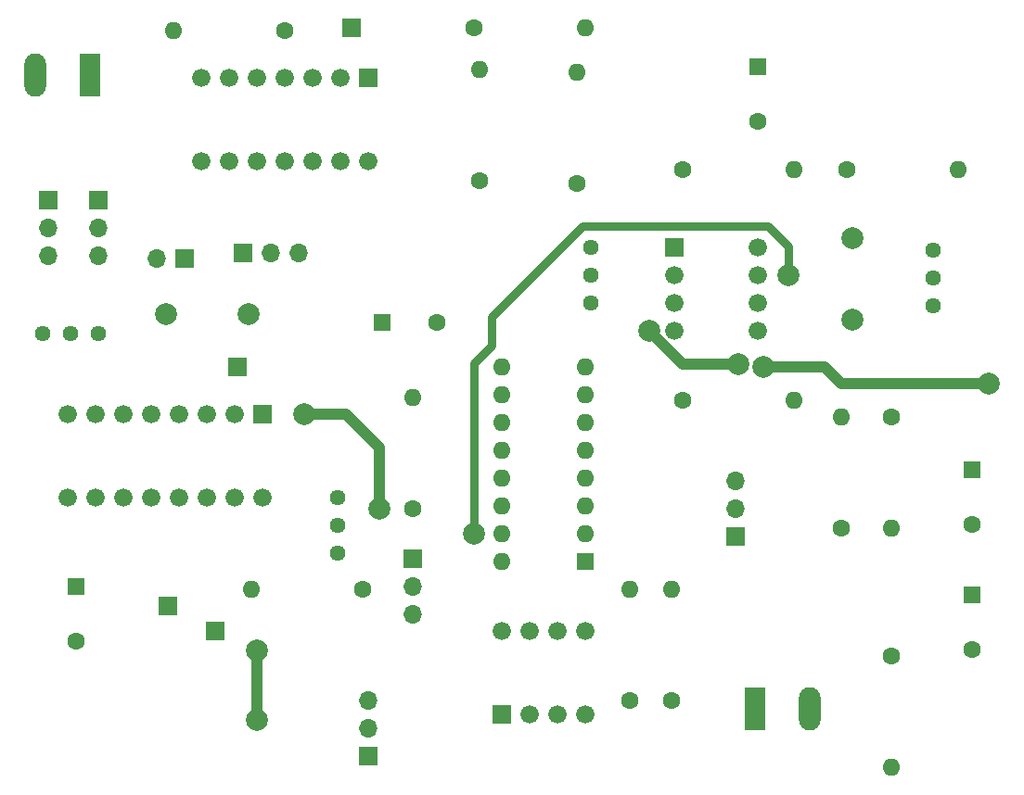
<source format=gbr>
G04 #@! TF.GenerationSoftware,KiCad,Pcbnew,(5.1.5)-3*
G04 #@! TF.CreationDate,2020-03-25T20:54:11+01:00*
G04 #@! TF.ProjectId,FunctiongeneratorMK3Frequency,46756e63-7469-46f6-9e67-656e65726174,rev?*
G04 #@! TF.SameCoordinates,Original*
G04 #@! TF.FileFunction,Copper,L1,Top*
G04 #@! TF.FilePolarity,Positive*
%FSLAX46Y46*%
G04 Gerber Fmt 4.6, Leading zero omitted, Abs format (unit mm)*
G04 Created by KiCad (PCBNEW (5.1.5)-3) date 2020-03-25 20:54:11*
%MOMM*%
%LPD*%
G04 APERTURE LIST*
%ADD10C,1.440000*%
%ADD11R,1.700000X1.700000*%
%ADD12C,1.676400*%
%ADD13R,1.676400X1.676400*%
%ADD14O,1.600000X1.600000*%
%ADD15R,1.600000X1.600000*%
%ADD16C,1.600000*%
%ADD17O,1.700000X1.700000*%
%ADD18O,1.980000X3.960000*%
%ADD19R,1.980000X3.960000*%
%ADD20C,2.000000*%
%ADD21C,1.000000*%
%ADD22C,0.750000*%
G04 APERTURE END LIST*
D10*
X134112000Y-89916000D03*
X131572000Y-89916000D03*
X129032000Y-89916000D03*
D11*
X146812000Y-92964000D03*
X144780000Y-117094000D03*
X140462000Y-114808000D03*
D12*
X170942000Y-117094000D03*
X173482000Y-117094000D03*
X176022000Y-117094000D03*
X178562000Y-117094000D03*
X178562000Y-124714000D03*
X176022000Y-124714000D03*
X173482000Y-124714000D03*
D13*
X170942000Y-124714000D03*
D12*
X194310000Y-82042000D03*
X194310000Y-84582000D03*
X194310000Y-87122000D03*
X194310000Y-89662000D03*
X186690000Y-89662000D03*
X186690000Y-87122000D03*
X186690000Y-84582000D03*
D13*
X186690000Y-82042000D03*
D12*
X158750000Y-74168000D03*
X156210000Y-74168000D03*
X153670000Y-74168000D03*
X151130000Y-74168000D03*
X148590000Y-74168000D03*
X146050000Y-74168000D03*
X143510000Y-74168000D03*
X143510000Y-66548000D03*
X146050000Y-66548000D03*
X148590000Y-66548000D03*
X151130000Y-66548000D03*
X153670000Y-66548000D03*
X156210000Y-66548000D03*
D13*
X158750000Y-66548000D03*
D12*
X149098000Y-104902000D03*
X146558000Y-104902000D03*
X144018000Y-104902000D03*
X141478000Y-104902000D03*
X138938000Y-104902000D03*
X136398000Y-104902000D03*
X133858000Y-104902000D03*
X131318000Y-104902000D03*
X131318000Y-97282000D03*
X133858000Y-97282000D03*
X136398000Y-97282000D03*
X138938000Y-97282000D03*
X141478000Y-97282000D03*
X144018000Y-97282000D03*
X146558000Y-97282000D03*
D13*
X149098000Y-97282000D03*
D14*
X170942000Y-110744000D03*
X178562000Y-92964000D03*
X170942000Y-108204000D03*
X178562000Y-95504000D03*
X170942000Y-105664000D03*
X178562000Y-98044000D03*
X170942000Y-103124000D03*
X178562000Y-100584000D03*
X170942000Y-100584000D03*
X178562000Y-103124000D03*
X170942000Y-98044000D03*
X178562000Y-105664000D03*
X170942000Y-95504000D03*
X178562000Y-108204000D03*
X170942000Y-92964000D03*
D15*
X178562000Y-110744000D03*
D10*
X210312000Y-82296000D03*
X210312000Y-84836000D03*
X210312000Y-87376000D03*
X179070000Y-87122000D03*
X179070000Y-84582000D03*
X179070000Y-82042000D03*
X155956000Y-109982000D03*
X155956000Y-107442000D03*
X155956000Y-104902000D03*
D14*
X212598000Y-74930000D03*
D16*
X202438000Y-74930000D03*
D14*
X197612000Y-74930000D03*
D16*
X187452000Y-74930000D03*
D14*
X201930000Y-97536000D03*
D16*
X201930000Y-107696000D03*
D14*
X197612000Y-96012000D03*
D16*
X187452000Y-96012000D03*
D14*
X206502000Y-129540000D03*
D16*
X206502000Y-119380000D03*
D14*
X206502000Y-107696000D03*
D16*
X206502000Y-97536000D03*
D14*
X182626000Y-113284000D03*
D16*
X182626000Y-123444000D03*
D14*
X186436000Y-113284000D03*
D16*
X186436000Y-123444000D03*
D14*
X162814000Y-95758000D03*
D16*
X162814000Y-105918000D03*
D14*
X168910000Y-65786000D03*
D16*
X168910000Y-75946000D03*
D14*
X177800000Y-66040000D03*
D16*
X177800000Y-76200000D03*
D14*
X140970000Y-62230000D03*
D16*
X151130000Y-62230000D03*
D14*
X178562000Y-61976000D03*
D16*
X168402000Y-61976000D03*
D14*
X148082000Y-113284000D03*
D16*
X158242000Y-113284000D03*
D17*
X158750000Y-123444000D03*
X158750000Y-125984000D03*
D11*
X158750000Y-128524000D03*
D18*
X199056000Y-124206000D03*
D19*
X194056000Y-124206000D03*
D17*
X134112000Y-82804000D03*
X134112000Y-80264000D03*
D11*
X134112000Y-77724000D03*
D17*
X129540000Y-82804000D03*
X129540000Y-80264000D03*
D11*
X129540000Y-77724000D03*
D17*
X162814000Y-115570000D03*
X162814000Y-113030000D03*
D11*
X162814000Y-110490000D03*
D17*
X192278000Y-103378000D03*
X192278000Y-105918000D03*
D11*
X192278000Y-108458000D03*
D18*
X128350000Y-66294000D03*
D19*
X133350000Y-66294000D03*
D11*
X157226000Y-61976000D03*
D17*
X152400000Y-82550000D03*
X149860000Y-82550000D03*
D11*
X147320000Y-82550000D03*
D17*
X139446000Y-83058000D03*
D11*
X141986000Y-83058000D03*
D20*
X202946000Y-81146000D03*
X202946000Y-88646000D03*
D16*
X213868000Y-118792000D03*
D15*
X213868000Y-113792000D03*
D16*
X213868000Y-107362000D03*
D15*
X213868000Y-102362000D03*
D16*
X165020000Y-88900000D03*
D15*
X160020000Y-88900000D03*
D16*
X194310000Y-70532000D03*
D15*
X194310000Y-65532000D03*
D16*
X132080000Y-118030000D03*
D15*
X132080000Y-113030000D03*
D20*
X140328000Y-88138000D03*
X147828000Y-88138000D03*
X194818000Y-92964000D03*
X184404000Y-89662000D03*
X152908000Y-97282000D03*
X148590000Y-118872000D03*
X192532000Y-92710000D03*
X215392000Y-94488000D03*
X159766000Y-105918000D03*
X148590000Y-125222000D03*
X168402000Y-108204000D03*
X197104000Y-84582000D03*
D21*
X148590000Y-118872000D02*
X148590000Y-125222000D01*
X187452000Y-92710000D02*
X184404000Y-89662000D01*
X192532000Y-92710000D02*
X187452000Y-92710000D01*
X200419998Y-92964000D02*
X194818000Y-92964000D01*
X215392000Y-94488000D02*
X201943998Y-94488000D01*
X201943998Y-94488000D02*
X200419998Y-92964000D01*
X152908000Y-97282000D02*
X156718000Y-97282000D01*
X156718000Y-97282000D02*
X159766000Y-100330000D01*
X159766000Y-100330000D02*
X159766000Y-105918000D01*
D22*
X168402000Y-108204000D02*
X168402000Y-92655000D01*
X168402000Y-92655000D02*
X170018000Y-91039000D01*
X170018000Y-88363398D02*
X170018000Y-91039000D01*
X178302599Y-80078799D02*
X170018000Y-88363398D01*
X195252337Y-80078799D02*
X178302599Y-80078799D01*
X197104000Y-81930462D02*
X195252337Y-80078799D01*
X197104000Y-84582000D02*
X197104000Y-81930462D01*
M02*

</source>
